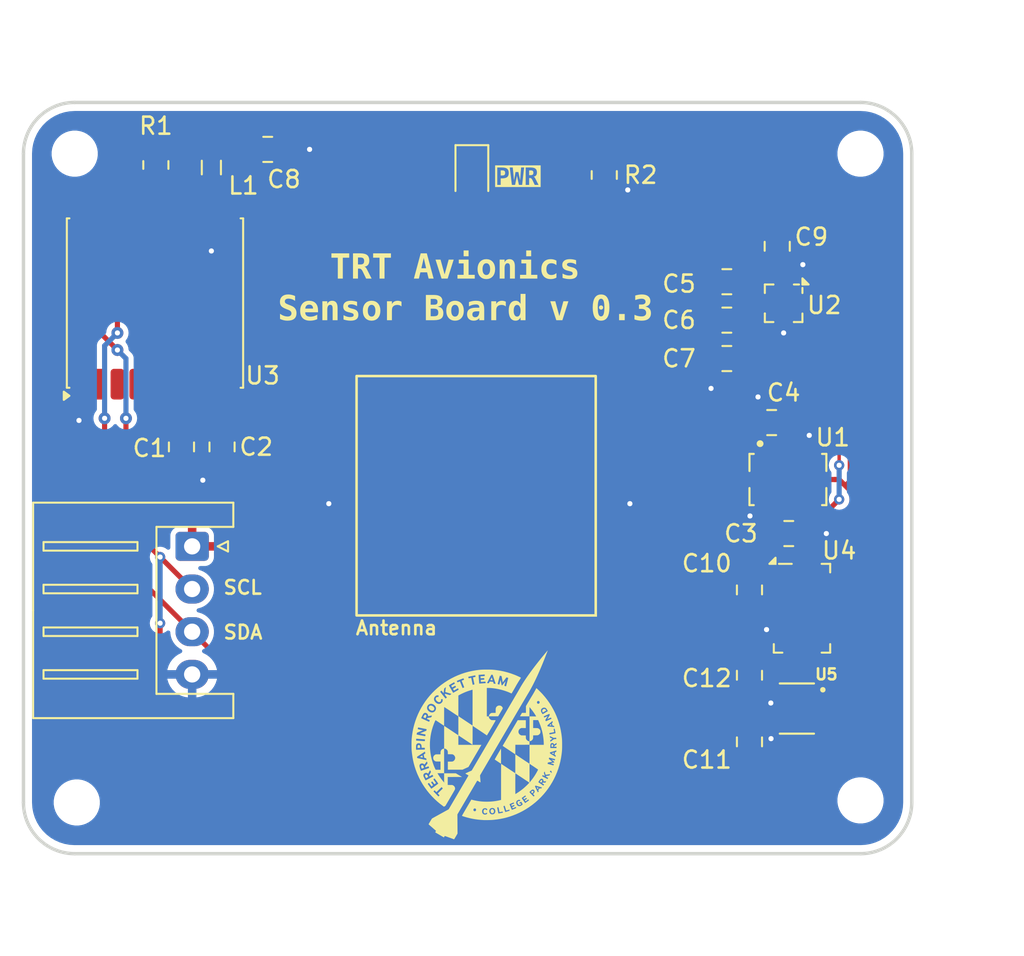
<source format=kicad_pcb>
(kicad_pcb (version 20240108) (generator "pcbnew") (generator_version "8.0")
  (layers (0 "F.Cu" signal) (31 "B.Cu" signal) (34 "B.Paste" user) (35 "F.Paste" user) (36 "B.SilkS" user "B.Silkscreen") (37 "F.SilkS" user "F.Silkscreen") (38 "B.Mask" user) (39 "F.Mask" user) (44 "Edge.Cuts" user))
  (net 0 "")
  (net 1 "GND")
  (net 2 "+3.3V")
  (net 3 "/RF_IN")
  (net 4 "/Antenna Power")
  (net 5 "Net-(U2-C1)")
  (net 7 "Net-(D1-K)")
  (net 8 "/VCC_RF")
  (net 14 "SCL1")
  (net 15 "SDA1")
  (footprint "Capacitor_SMD:C_0805_2012Metric" (layer "F.Cu") (at 115.8 76.25)
    (property "Reference" "C3" (at -2.8 0 0) (layer "F.SilkS"))
    (property "Value" "100n")
    (pad "1" smd roundrect (at -0.95 0) (size 1 1.45) (layers "F.Cu" "F.Paste" "F.Mask") (net 2 "+3.3V"))
    (pad "2" smd roundrect (at 0.95 0) (size 1 1.45) (layers "F.Cu" "F.Paste" "F.Mask") (net 1 "GND"))
  )
  (footprint "LED_SMD:LED_0805_2012Metric" (layer "F.Cu") (at 97.25 55.1875 -90)
    (property "Reference" "D1" (hide yes))
    (property "Value" "PWR")
    (pad "1" smd roundrect (at -0.9375 0 270) (size 0.975 1.4) (layers "F.Cu" "F.Paste" "F.Mask") (net 7 "Net-(D1-K)"))
    (pad "2" smd roundrect (at 0.9375 0 270) (size 0.975 1.4) (layers "F.Cu" "F.Paste" "F.Mask") (net 2 "+3.3V"))
  )
  (footprint "BMI088:PQFN50P450X300X100-16N" (layer "F.Cu") (at 115.75 73.085)
    (property "Reference" "U1" (at 2.625 -2.46 0) (layer "F.SilkS"))
    (property "Value" "BMI088")
    (pad "1" smd rect (at -1.5 -1.165) (size 0.35 0.59) (layers "F.Cu" "F.Paste" "F.Mask"))
    (pad "2" smd rect (at -1 -1.165) (size 0.35 0.59) (layers "F.Cu" "F.Paste" "F.Mask") (net 1 "GND"))
    (pad "3" smd rect (at -0.5 -1.165) (size 0.35 0.59) (layers "F.Cu" "F.Paste" "F.Mask") (net 2 "+3.3V"))
    (pad "4" smd rect (at 0 -1.165) (size 0.35 0.59) (layers "F.Cu" "F.Paste" "F.Mask") (net 1 "GND"))
    (pad "5" smd rect (at 0.5 -1.165) (size 0.35 0.59) (layers "F.Cu" "F.Paste" "F.Mask"))
    (pad "6" smd rect (at 1 -1.165) (size 0.35 0.59) (layers "F.Cu" "F.Paste" "F.Mask") (net 1 "GND"))
    (pad "7" smd rect (at 1.5 -1.165) (size 0.35 0.59) (layers "F.Cu" "F.Paste" "F.Mask") (net 1 "GND"))
    (pad "8" smd rect (at 1.915 0) (size 0.59 0.35) (layers "F.Cu" "F.Paste" "F.Mask") (net 14 "SCL1"))
    (pad "9" smd rect (at 1.5 1.165) (size 0.35 0.59) (layers "F.Cu" "F.Paste" "F.Mask") (net 15 "SDA1"))
    (pad "10" smd rect (at 1 1.165) (size 0.35 0.59) (layers "F.Cu" "F.Paste" "F.Mask") (net 1 "GND"))
    (pad "11" smd rect (at 0.5 1.165) (size 0.35 0.59) (layers "F.Cu" "F.Paste" "F.Mask") (net 2 "+3.3V"))
    (pad "12" smd rect (at 0 1.165) (size 0.35 0.59) (layers "F.Cu" "F.Paste" "F.Mask"))
    (pad "13" smd rect (at -0.5 1.165) (size 0.35 0.59) (layers "F.Cu" "F.Paste" "F.Mask"))
    (pad "14" smd rect (at -1 1.165) (size 0.35 0.59) (layers "F.Cu" "F.Paste" "F.Mask") (net 2 "+3.3V"))
    (pad "15" smd rect (at -1.5 1.165) (size 0.35 0.59) (layers "F.Cu" "F.Paste" "F.Mask") (net 1 "GND"))
    (pad "16" smd rect (at -1.915 0) (size 0.59 0.35) (layers "F.Cu" "F.Paste" "F.Mask"))
  )
  (footprint "PatchAntenna:SGGP.12.A" (layer "F.Cu") (at 96.992 76.111 180)
    (property "Reference" "Antenna1" (hide yes))
    (property "Value" "Antenna_Chip")
    (pad "1" smd rect (at -0.508 7.476 180) (size 1.5 1.5) (layers "F.Cu" "F.Paste" "F.Mask") (net 3 "/RF_IN"))
    (pad "2" smd rect (at -5.008 6.076 180) (size 2.3 2.3) (layers "F.Cu" "F.Paste" "F.Mask") (net 1 "GND"))
    (pad "3" smd rect (at 3.992 6.076 180) (size 2.3 2.3) (layers "F.Cu" "F.Paste" "F.Mask") (net 1 "GND"))
    (pad "4" smd rect (at -5.008 1.576 180) (size 2.3 2.3) (layers "F.Cu" "F.Paste" "F.Mask") (net 1 "GND"))
    (pad "5" smd rect (at -0.508 1.576 180) (size 2.3 2.3) (layers "F.Cu" "F.Paste" "F.Mask") (net 1 "GND"))
    (pad "6" smd rect (at 3.992 1.576 180) (size 2.3 2.3) (layers "F.Cu" "F.Paste" "F.Mask") (net 1 "GND"))
    (pad "7" smd rect (at -5.008 -2.924 180) (size 2.3 2.3) (layers "F.Cu" "F.Paste" "F.Mask") (net 1 "GND"))
    (pad "8" smd rect (at -0.508 -2.924 180) (size 2.3 2.3) (layers "F.Cu" "F.Paste" "F.Mask") (net 1 "GND"))
    (pad "9" smd rect (at 3.992 -2.924 180) (size 2.3 2.3) (layers "F.Cu" "F.Paste" "F.Mask") (net 1 "GND"))
  )
  (footprint "Capacitor_SMD:C_0805_2012Metric" (layer "F.Cu") (at 113.5 79.55 -90)
    (property "Reference" "C10" (at -1.55 2.5 180) (layer "F.SilkS"))
    (property "Value" "100n")
    (pad "1" smd roundrect (at -0.95 0 270) (size 1 1.45) (layers "F.Cu" "F.Paste" "F.Mask") (net 2 "+3.3V"))
    (pad "2" smd roundrect (at 0.95 0 270) (size 1 1.45) (layers "F.Cu" "F.Paste" "F.Mask") (net 1 "GND"))
  )
  (footprint "MountingHole:MountingHole_2.2mm_M2" (layer "F.Cu") (at 74 54)
    (property "Reference" "H2")
    (property "Value" "MountingHole")
    (pad "" np_thru_hole circle (at 0 0) (size 2.2 2.2) (drill 2.2) (layers "*.Cu" "*.Mask"))
  )
  (footprint "Capacitor_SMD:C_0805_2012Metric" (layer "F.Cu") (at 115.125 59.425 90)
    (property "Reference" "C9" (at 0.55 2 180) (layer "F.SilkS"))
    (property "Value" "100n")
    (pad "1" smd roundrect (at -0.95 0 90) (size 1 1.45) (layers "F.Cu" "F.Paste" "F.Mask") (net 5 "Net-(U2-C1)"))
    (pad "2" smd roundrect (at 0.95 0 90) (size 1 1.45) (layers "F.Cu" "F.Paste" "F.Mask") (net 1 "GND"))
  )
  (footprint "Inductor_SMD:L_0805_2012Metric" (layer "F.Cu") (at 82 54.8125 -90)
    (property "Reference" "L1" (at 1.0625 -1.875 180) (layer "F.SilkS"))
    (property "Value" "27n")
    (pad "1" smd roundrect (at -1.0625 0 270) (size 0.875 1.2) (layers "F.Cu" "F.Paste" "F.Mask") (net 4 "/Antenna Power"))
    (pad "2" smd roundrect (at 1.0625 0 270) (size 0.875 1.2) (layers "F.Cu" "F.Paste" "F.Mask") (net 3 "/RF_IN"))
  )
  (footprint "Capacitor_SMD:C_0805_2012Metric" (layer "F.Cu") (at 85.3 53.75)
    (property "Reference" "C8" (at 0.95 1.75 180) (layer "F.SilkS"))
    (property "Value" "10n")
    (pad "1" smd roundrect (at -0.95 0) (size 1 1.45) (layers "F.Cu" "F.Paste" "F.Mask") (net 4 "/Antenna Power"))
    (pad "2" smd roundrect (at 0.95 0) (size 1 1.45) (layers "F.Cu" "F.Paste" "F.Mask") (net 1 "GND"))
  )
  (footprint "Resistor_SMD:R_0805_2012Metric" (layer "F.Cu") (at 105 55.25 -90)
    (property "Reference" "R2" (at 0 -2.125 180) (layer "F.SilkS"))
    (property "Value" "??")
    (pad "1" smd roundrect (at -0.9125 0 270) (size 1.025 1.4) (layers "F.Cu" "F.Paste" "F.Mask") (roundrect_rratio 0.243902) (net 7 "Net-(D1-K)"))
    (pad "2" smd roundrect (at 0.9125 0 270) (size 1.025 1.4) (layers "F.Cu" "F.Paste" "F.Mask") (roundrect_rratio 0.243902) (net 1 "GND"))
  )
  (footprint "MountingHole:MountingHole_2.2mm_M2" (layer "F.Cu") (at 120 91.87868)
    (property "Reference" "H4")
    (property "Value" "MountingHole")
    (pad "" np_thru_hole circle (at 0 0) (size 2.2 2.2) (drill 2.2) (layers "*.Cu" "*.Mask"))
  )
  (footprint "Capacitor_SMD:C_0805_2012Metric" (layer "F.Cu") (at 112.175 63.75 180)
    (property "Reference" "C6" (at 2.8 0 0) (layer "F.SilkS"))
    (property "Value" "100n")
    (pad "1" smd roundrect (at -0.95 0 180) (size 1 1.45) (layers "F.Cu" "F.Paste" "F.Mask") (net 2 "+3.3V"))
    (pad "2" smd roundrect (at 0.95 0 180) (size 1 1.45) (layers "F.Cu" "F.Paste" "F.Mask") (net 1 "GND"))
  )
  (footprint "Capacitor_SMD:C_0805_2012Metric" (layer "F.Cu") (at 82.625 71.175 -90)
    (property "Reference" "C2" (at 0 -2 180) (layer "F.SilkS"))
    (property "Value" "100n")
    (pad "1" smd roundrect (at -0.95 0 270) (size 1 1.45) (layers "F.Cu" "F.Paste" "F.Mask") (net 2 "+3.3V"))
    (pad "2" smd roundrect (at 0.95 0 270) (size 1 1.45) (layers "F.Cu" "F.Paste" "F.Mask") (net 1 "GND"))
  )
  (footprint "Package_LGA:LGA-8_3x5mm_P1.25mm" (layer "F.Cu") (at 116.575 80.625)
    (property "Reference" "U4" (at 2.175 -3.375 0) (layer "F.SilkS"))
    (property "Value" "MS5611-01BA")
    (pad "1" smd rect (at -1.075 -1.875) (size 0.95 0.55) (layers "F.Cu" "F.Paste" "F.Mask") (net 2 "+3.3V"))
    (pad "2" smd rect (at -1.075 -0.625) (size 0.95 0.55) (layers "F.Cu" "F.Paste" "F.Mask") (net 2 "+3.3V"))
    (pad "3" smd rect (at -1.075 0.625) (size 0.95 0.55) (layers "F.Cu" "F.Paste" "F.Mask") (net 1 "GND"))
    (pad "4" smd rect (at -1.075 1.875) (size 0.95 0.55) (layers "F.Cu" "F.Paste" "F.Mask") (net 2 "+3.3V"))
    (pad "5" smd rect (at 1.075 1.875) (size 0.95 0.55) (layers "F.Cu" "F.Paste" "F.Mask") (net 2 "+3.3V"))
    (pad "6" smd rect (at 1.075 0.625) (size 0.95 0.55) (layers "F.Cu" "F.Paste" "F.Mask"))
    (pad "7" smd rect (at 1.075 -0.625) (size 0.95 0.55) (layers "F.Cu" "F.Paste" "F.Mask") (net 15 "SDA1"))
    (pad "8" smd rect (at 1.075 -1.875) (size 0.95 0.55) (layers "F.Cu" "F.Paste" "F.Mask") (net 14 "SCL1"))
  )
  (footprint "Capacitor_SMD:C_0805_2012Metric" (layer "F.Cu") (at 113.5 84.55 -90)
    (property "Reference" "C12" (at 0.175 2.5 180) (layer "F.SilkS"))
    (property "Value" "100n")
    (pad "1" smd roundrect (at -0.95 0 270) (size 1 1.45) (layers "F.Cu" "F.Paste" "F.Mask") (net 2 "+3.3V"))
    (pad "2" smd roundrect (at 0.95 0 270) (size 1 1.45) (layers "F.Cu" "F.Paste" "F.Mask") (net 1 "GND"))
  )
  (footprint "Connector_JST:JST_XH_S4B-XH-A_1x04_P2.50mm_Horizontal" (layer "F.Cu") (at 80.875 77 -90)
    (property "Reference" "J1" (hide yes))
    (property "Value" "I2C")
    (pad "1" thru_hole roundrect (at 0 0 270) (size 1.7 1.95) (drill 0.95) (layers "*.Cu" "*.Mask") (roundrect_rratio 0.147059) (net 2 "+3.3V"))
    (pad "2" thru_hole oval (at 2.5 0 270) (size 1.7 1.95) (drill 0.95) (layers "*.Cu" "*.Mask") (net 14 "SCL1"))
    (pad "3" thru_hole oval (at 5 0 270) (size 1.7 1.95) (drill 0.95) (layers "*.Cu" "*.Mask") (net 15 "SDA1"))
    (pad "4" thru_hole oval (at 7.5 0 270) (size 1.7 1.95) (drill 0.95) (layers "*.Cu" "*.Mask") (net 1 "GND"))
  )
  (footprint "MountingHole:MountingHole_2.2mm_M2" (layer "F.Cu") (at 74.12132 92)
    (property "Reference" "H3")
    (property "Value" "MountingHole")
    (pad "" np_thru_hole circle (at 0 0) (size 2.2 2.2) (drill 2.2) (layers "*.Cu" "*.Mask"))
  )
  (footprint "Capacitor_SMD:C_0805_2012Metric" (layer "F.Cu") (at 114.8 69.75 180)
    (property "Reference" "C4" (at -0.7 1.75 0) (layer "F.SilkS"))
    (property "Value" "100n")
    (pad "1" smd roundrect (at -0.95 0 180) (size 1 1.45) (layers "F.Cu" "F.Paste" "F.Mask") (net 2 "+3.3V"))
    (pad "2" smd roundrect (at 0.95 0 180) (size 1 1.45) (layers "F.Cu" "F.Paste" "F.Mask") (net 1 "GND"))
  )
  (footprint "Capacitor_SMD:C_0805_2012Metric" (layer "F.Cu") (at 112.175 61.5 180)
    (property "Reference" "C5" (at 2.8 -0.125 0) (layer "F.SilkS"))
    (property "Value" "100n")
    (pad "1" smd roundrect (at -0.95 0 180) (size 1 1.45) (layers "F.Cu" "F.Paste" "F.Mask") (net 2 "+3.3V"))
    (pad "2" smd roundrect (at 0.95 0 180) (size 1 1.45) (layers "F.Cu" "F.Paste" "F.Mask") (net 1 "GND"))
  )
  (footprint "RF_GPS:ublox_MAX" (layer "F.Cu") (at 78.7 62.75 90)
    (property "Reference" "U3" (at -4.25 6.3 180) (layer "F.SilkS"))
    (property "Value" "MAX-M10S")
    (pad "1" smd roundrect (at -4.75 -4.4 90) (size 1.8 0.7) (layers "F.Cu" "F.Paste" "F.Mask") (net 1 "GND"))
    (pad "2" smd roundrect (at -4.75 -3.3 90) (size 1.8 0.8) (layers "F.Cu" "F.Paste" "F.Mask"))
    (pad "3" smd roundrect (at -4.75 -2.2 90) (size 1.8 0.8) (layers "F.Cu" "F.Paste" "F.Mask"))
    (pad "4" smd roundrect (at -4.75 -1.1 90) (size 1.8 0.8) (layers "F.Cu" "F.Paste" "F.Mask"))
    (pad "5" smd roundrect (at -4.75 0 90) (size 1.8 0.8) (layers "F.Cu" "F.Paste" "F.Mask"))
    (pad "6" smd roundrect (at -4.75 1.1 90) (size 1.8 0.8) (layers "F.Cu" "F.Paste" "F.Mask"))
    (pad "7" smd roundrect (at -4.75 2.2 90) (size 1.8 0.8) (layers "F.Cu" "F.Paste" "F.Mask") (net 2 "+3.3V"))
    (pad "8" smd roundrect (at -4.75 3.3 90) (size 1.8 0.8) (layers "F.Cu" "F.Paste" "F.Mask") (net 2 "+3.3V"))
    (pad "9" smd roundrect (at -4.75 4.4 90) (size 1.8 0.7) (layers "F.Cu" "F.Paste" "F.Mask"))
    (pad "10" smd roundrect (at 4.75 4.4 90) (size 1.8 0.7) (layers "F.Cu" "F.Paste" "F.Mask") (net 1 "GND"))
    (pad "11" smd roundrect (at 4.75 3.3 90) (size 1.8 0.8) (layers "F.Cu" "F.Paste" "F.Mask") (net 3 "/RF_IN"))
    (pad "12" smd roundrect (at 4.75 2.2 90) (size 1.8 0.8) (layers "F.Cu" "F.Paste" "F.Mask") (net 1 "GND"))
    (pad "13" smd roundrect (at 4.75 1.1 90) (size 1.8 0.8) (layers "F.Cu" "F.Paste" "F.Mask"))
    (pad "14" smd roundrect (at 4.75 0 90) (size 1.8 0.8) (layers "F.Cu" "F.Paste" "F.Mask") (net 8 "/VCC_RF"))
    (pad "15" smd roundrect (at 4.75 -1.1 90) (size 1.8 0.8) (layers "F.Cu" "F.Paste" "F.Mask"))
    (pad "16" smd roundrect (at 4.75 -2.2 90) (size 1.8 0.8) (layers "F.Cu" "F.Paste" "F.Mask") (net 15 "SDA1"))
    (pad "17" smd roundrect (at 4.75 -3.3 90) (size 1.8 0.8) (layers "F.Cu" "F.Paste" "F.Mask") (net 14 "SCL1"))
    (pad "18" smd roundrect (at 4.75 -4.4 90) (size 1.8 0.7) (layers "F.Cu" "F.Paste" "F.Mask"))
  )
  (footprint "Capacitor_SMD:C_0805_2012Metric" (layer "F.Cu") (at 112.175 66 180)
    (property "Reference" "C7" (at 2.8 0 180) (layer "F.SilkS"))
    (property "Value" "1u")
    (pad "1" smd roundrect (at -0.95 0 180) (size 1 1.45) (layers "F.Cu" "F.Paste" "F.Mask") (net 2 "+3.3V"))
    (pad "2" smd roundrect (at 0.95 0 180) (size 1 1.45) (layers "F.Cu" "F.Paste" "F.Mask") (net 1 "GND"))
  )
  (footprint "Resistor_SMD:R_0805_2012Metric" (layer "F.Cu") (at 78.75 54.6625 90)
    (property "Reference" "R1" (at 2.2875 0 180) (layer "F.SilkS"))
    (property "Value" "10R")
    (pad "1" smd roundrect (at -0.9125 0 90) (size 1.025 1.4) (layers "F.Cu" "F.Paste" "F.Mask") (roundrect_rratio 0.243902) (net 8 "/VCC_RF"))
    (pad "2" smd roundrect (at 0.9125 0 90) (size 1.025 1.4) (layers "F.Cu" "F.Paste" "F.Mask") (roundrect_rratio 0.243902) (net 4 "/Antenna Power"))
  )
  (footprint "DPS310XTSA1:XDCR_DPS310XTSA1" (layer "F.Cu") (at 116.275 86.5)
    (property "Reference" "U5" (at 1.725 -2 0) (layer "F.SilkS") (effects (font (size 0.64 0.64))))
    (property "Value" "DPS310")
    (pad "1" smd rect (at 0.725 -0.975) (size 0.35 0.35) (layers "F.Cu" "F.Mask") (net 1 "GND"))
    (pad "2" smd rect (at 0.725 -0.325) (size 0.35 0.35) (layers "F.Cu" "F.Mask"))
    (pad "3" smd rect (at 0.725 0.325) (size 0.35 0.35) (layers "F.Cu" "F.Mask") (net 15 "SDA1"))
    (pad "4" smd rect (at 0.725 0.975) (size 0.35 0.35) (layers "F.Cu" "F.Mask") (net 14 "SCL1"))
    (pad "5" smd rect (at -0.725 0.975) (size 0.35 0.35) (layers "F.Cu" "F.Mask") (net 1 "GND"))
    (pad "6" smd rect (at -0.725 0.325) (size 0.35 0.35) (layers "F.Cu" "F.Mask") (net 2 "+3.3V"))
    (pad "7" smd rect (at -0.725 -0.325) (size 0.35 0.35) (layers "F.Cu" "F.Mask") (net 1 "GND"))
    (pad "8" smd rect (at -0.725 -0.975) (size 0.35 0.35) (layers "F.Cu" "F.Mask") (net 2 "+3.3V"))
  )
  (footprint "MountingHole:MountingHole_2.2mm_M2" (layer "F.Cu") (at 120 54)
    (property "Reference" "H1")
    (property "Value" "MountingHole")
    (pad "" np_thru_hole circle (at 0 0) (size 2.2 2.2) (drill 2.2) (layers "*.Cu" "*.Mask"))
  )
  (footprint "Capacitor_SMD:C_0805_2012Metric" (layer "F.Cu") (at 113.5 88.45 -90)
    (property "Reference" "C11" (at 1.05 2.5 180) (layer "F.SilkS"))
    (property "Value" "100n")
    (pad "1" smd roundrect (at -0.95 0 270) (size 1 1.45) (layers "F.Cu" "F.Paste" "F.Mask") (net 2 "+3.3V"))
    (pad "2" smd roundrect (at 0.95 0 270) (size 1 1.45) (layers "F.Cu" "F.Paste" "F.Mask") (net 1 "GND"))
  )
  (footprint "Package_LGA:LGA-12_2x2mm_P0.5mm" (layer "F.Cu") (at 115.5 62.7625 -90)
    (property "Reference" "U2" (at 0.1125 -2.375 360) (layer "F.SilkS"))
    (property "Value" "LIS3MDL")
    (pad "1" smd rect (at -0.7625 -0.75 270) (size 0.375 0.35) (layers "F.Cu" "F.Paste" "F.Mask") (net 14 "SCL1"))
    (pad "2" smd rect (at -0.7625 -0.25 270) (size 0.375 0.35) (layers "F.Cu" "F.Paste" "F.Mask") (net 1 "GND"))
    (pad "3" smd rect (at -0.7625 0.25 270) (size 0.375 0.35) (layers "F.Cu" "F.Paste" "F.Mask") (net 1 "GND"))
    (pad "4" smd rect (at -0.7625 0.75 270) (size 0.375 0.35) (layers "F.Cu" "F.Paste" "F.Mask") (net 5 "Net-(U2-C1)"))
    (pad "5" smd rect (at -0.25 0.7625) (size 0.375 0.35) (layers "F.Cu" "F.Paste" "F.Mask") (net 2 "+3.3V"))
    (pad "6" smd rect (at 0.25 0.7625) (size 0.375 0.35) (layers "F.Cu" "F.Paste" "F.Mask") (net 2 "+3.3V"))
    (pad "7" smd rect (at 0.7625 0.75 270) (size 0.375 0.35) (layers "F.Cu" "F.Paste" "F.Mask"))
    (pad "8" smd rect (at 0.7625 0.25 270) (size 0.375 0.35) (layers "F.Cu" "F.Paste" "F.Mask"))
    (pad "9" smd rect (at 0.7625 -0.25 270) (size 0.375 0.35) (layers "F.Cu" "F.Paste" "F.Mask") (net 1 "GND"))
    (pad "10" smd rect (at 0.7625 -0.75 270) (size 0.375 0.35) (layers "F.Cu" "F.Paste" "F.Mask") (net 2 "+3.3V"))
    (pad "11" smd rect (at 0.25 -0.7625) (size 0.375 0.35) (layers "F.Cu" "F.Paste" "F.Mask") (net 15 "SDA1"))
    (pad "12" smd rect (at -0.25 -0.7625) (size 0.375 0.35) (layers "F.Cu" "F.Paste" "F.Mask") (net 1 "GND"))
  )
  (footprint "Capacitor_SMD:C_0805_2012Metric" (layer "F.Cu") (at 80.25 71.175 -90)
    (property "Reference" "C1" (at 0.075 1.875 180) (layer "F.SilkS"))
    (property "Value" "100n")
    (pad "1" smd roundrect (at -0.95 0 270) (size 1 1.45) (layers "F.Cu" "F.Paste" "F.Mask") (net 2 "+3.3V"))
    (pad "2" smd roundrect (at 0.95 0 270) (size 1 1.45) (layers "F.Cu" "F.Paste" "F.Mask") (net 1 "GND"))
  )
  (footprint "LOGO" (layer "F.Cu") (at 98.125339 88.130512)
    (property "Reference" "G***" (hide yes))
    (property "Value" "LOGO" (hide yes))
  )
  (gr_line (start 74 95) (end 120 95) (stroke (width 0.2)) (layer "Edge.Cuts"))
  (gr_line (start 123 92) (end 123 54) (stroke (width 0.2)) (layer "Edge.Cuts"))
  (gr_arc (start 71 54) (mid 71.87868 51.87868) (end 74 51) (stroke (width 0.2)) (layer "Edge.Cuts"))
  (gr_arc (start 120 51) (mid 122.12132 51.87868) (end 123 54) (stroke (width 0.2)) (layer "Edge.Cuts"))
  (gr_line (start 120 51) (end 74 51) (stroke (width 0.2)) (layer "Edge.Cuts"))
  (gr_line (start 71 54) (end 71 92) (stroke (width 0.2)) (layer "Edge.Cuts"))
  (gr_arc (start 74 95) (mid 71.87868 94.12132) (end 71 92) (stroke (width 0.2)) (layer "Edge.Cuts"))
  (gr_arc (start 123 92) (mid 122.12132 94.12132) (end 120 95) (stroke (width 0.2)) (layer "Edge.Cuts"))
  (gr_text "Antenna" (at 90.375 82.25 0) (layer "F.SilkS") (effects (font (size 0.8 0.8) (thickness 0.153)) (justify left bottom)))
  (gr_text "SDA" (at 82.625 82.5 0) (layer "F.SilkS") (effects (font (size 0.8 0.8) (thickness 0.153)) (justify left bottom)))
  (gr_text "SCL" (at 82.625 79.875 0) (layer "F.SilkS") (effects (font (size 0.8 0.8) (thickness 0.153)) (justify left bottom)))
  (gr_text "PWR" (at 98.625 56 0) (layer "F.SilkS" knockout) (effects (font (size 1 1) (thickness 0.25) (bold yes)) (justify left bottom)))
  (gr_text "TRT Avionics \nSensor Board v 0.3" (at 96.875 64 0) (layer "F.SilkS") (effects (font (size 1.45 1.45) (thickness 0.35) (bold yes)) (justify bottom)))
  (segment (start 115.25 62) (end 115.75 62) (width 0.2) (layer "F.Cu") (net 1))
  (segment (start 114.25 74.25) (end 114.25 74.5) (width 0.2) (layer "F.Cu") (net 1))
  (segment (start 117 85.525) (end 116.525 85.525) (width 0.3) (layer "F.Cu") (net 1))
  (segment (start 97.5 74.535) (end 93 74.535) (width 0.5) (layer "F.Cu") (net 1))
  (segment (start 115.75 64.25) (end 115.5 64.5) (width 0.2) (layer "F.Cu") (net 1))
  (segment (start 102 79.035) (end 102 74.535) (width 0.5) (layer "F.Cu") (net 1))
  (segment (start 115.75 62) (end 115.75 61.5) (width 0.2) (layer "F.Cu") (net 1))
  (segment (start 116.75 71.92) (end 116.75 71.25) (width 0.2) (layer "F.Cu") (net 1))
  (segment (start 115.75 62.3375) (end 115.75 62) (width 0.2) (layer "F.Cu") (net 1))
  (segment (start 105 56.1625) (end 106.3375 56.1625) (width 0.5) (layer "F.Cu") (net 1))
  (segment (start 117 71) (end 117 70.5) (width 0.2) (layer "F.Cu") (net 1))
  (segment (start 116.5 71) (end 116.1 71) (width 0.2) (layer "F.Cu") (net 1))
  (segment (start 114.7625 88.2625) (end 113.625 89.4) (width 0.3) (layer "F.Cu") (net 1))
  (segment (start 115.6 81.25) (end 114.5 81.25) (width 0.5) (layer "F.Cu") (net 1))
  (segment (start 80.375 72.15) (end 81.5 72.15) (width 0.5) (layer "F.Cu") (net 1))
  (segment (start 113.85 68.4) (end 114 68.25) (width 0.2) (layer "F.Cu") (net 1))
  (segment (start 114.175 86.175) (end 113.5 85.5) (width 0.3) (layer "F.Cu") (net 1))
  (segment (start 111.225 67.725) (end 111.25 67.75) (width 0.2) (layer "F.Cu") (net 1))
  (segment (start 111.225 66) (end 111.225 67.725) (width 0.2) (layer "F.Cu") (net 1))
  (segment (start 117 71) (end 116.5 71) (width 0.2) (layer "F.Cu") (net 1))
  (segment (start 114.5 81.25) (end 114.15 81.25) (width 0.5) (layer "F.Cu") (net 1))
  (segment (start 116.275 85.775) (end 115.875 86.175) (width 0.3) (layer "F.Cu") (net 1))
  (segment (start 97.5 79.035) (end 102 79.035) (width 0.5) (layer "F.Cu") (net 1))
  (segment (start 114.25 74.5) (end 113.530331 75.219669) (width 0.2) (layer "F.Cu") (net 1))
  (segment (start 115.875 86.175) (end 115.55 86.175) (width 0.3) (layer "F.Cu") (net 1))
  (segment (start 116.625 59.975) (end 116.625 60.5) (width 0.2) (layer "F.Cu") (net 1))
  (segment (start 114.15 81.25) (end 113.425 80.525) (width 0.5) (layer "F.Cu") (net 1))
  (segment (start 116.75 76.25) (end 118 76.25) (width 0.2) (layer "F.Cu") (net 1))
  (segment (start 74.3 67.75) (end 74.3 69.575) (width 0.5) (layer "F.Cu") (net 1))
  (segment (start 116.2625 62.5125) (end 115.925 62.5125) (width 0.2) (layer "F.Cu") (net 1))
  (segment (start 102 74.535) (end 106.465 74.535) (width 0.5) (layer "F.Cu") (net 1))
  (segment (start 81.5 72.15) (end 81.5 73.125) (width 0.5) (layer "F.Cu") (net 1))
  (segment (start 102 70.035) (end 102 74.535) (width 0.5) (layer "F.Cu") (net 1))
  (segment (start 86.4 53.75) (end 87.75 53.75) (width 0.5) (layer "F.Cu") (net 1))
  (segment (start 115.925 62.5125) (end 115.75 62.3375) (width 0.2) (layer "F.Cu") (net 1))
  (segment (start 113.625 89.4) (end 113.5 89.4) (width 0.3) (layer "F.Cu") (net 1))
  (segment (start 106.3375 56.1625) (end 106.375 56.125) (width 0.5) (layer "F.Cu") (net 1))
  (segment (start 115.75 63.525) (end 115.75 64.25) (width 0.2) (layer "F.Cu") (net 1))
  (segment (start 102 74.535) (end 97.5 74.535) (width 0.5) (layer "F.Cu") (net 1))
  (segment (start 116.525 85.525) (end 116.275 85.775) (width 0.3) (layer "F.Cu") (net 1))
  (segment (start 81.5 72.15) (end 82.625 72.15) (width 0.5) (layer "F.Cu") (net 1))
  (segment (start 115.75 61.5) (end 116.625 60.625) (width 0.2) (layer "F.Cu") (net 1))
  (segment (start 93 79.035) (end 97.5 79.035) (width 0.5) (layer "F.Cu") (net 1))
  (segment (start 117.25 71.92) (end 117.25 71.25) (width 0.2) (layer "F.Cu") (net 1))
  (segment (start 106.465 74.535) (end 106.5 74.5) (width 0.5) (layer "F.Cu") (net 1))
  (segment (start 74.3 69.575) (end 74.25 69.625) (width 0.5) (layer "F.Cu") (net 1))
  (segment (start 82.425 59.7) (end 83.1 59.025) (width 0.5) (layer "F.Cu") (net 1))
  (segment (start 80.9 59.15) (end 81.45 59.7) (width 0.5) (layer "F.Cu") (net 1))
  (segment (start 114.75 86.175) (end 114.175 86.175) (width 0.3) (layer "F.Cu") (net 1))
  (segment (start 113.85 69.75) (end 113.85 68.4) (width 0.2) (layer "F.Cu") (net 1))
  (segment (start 115.55 87.475) (end 114.7625 88.2625) (width 0.3) (layer "F.Cu") (net 1))
  (segment (start 116.75 74.25) (end 116.75 76.25) (width 0.2) (layer "F.Cu") (net 1))
  (segment (start 114.75 71.92) (end 114.75 70.65) (width 0.2) (layer "F.Cu") (net 1))
  (segment (start 116.1 71) (end 115.75 71.35) (width 0.2) (layer "F.Cu") (net 1))
  (segment (start 111.225 61.5) (end 111.225 66) (width 0.2) (layer "F.Cu") (net 1))
  (segment (start 115.55 86.175) (end 114.75 86.175) (width 0.3) (layer "F.Cu") (net 1))
  (segment (start 114.75 70.65) (end 113.85 69.75) (width 0.2) (layer "F.Cu") (net 1))
  (segment (start 116.75 71.25) (end 116.5 71) (width 0.2) (layer "F.Cu") (net 1))
  (segment (start 80.9 58.25) (end 80.9 59.15) (width 0.5) (layer "F.Cu") (net 1))
  (segment (start 83.1 59.025) (end 83.1 58.25) (width 0.5) (layer "F.Cu") (net 1))
  (segment (start 97.5 79.035) (end 97.5 74.535) (width 0.5) (layer "F.Cu") (net 1))
  (segment (start 93 70.035) (end 93 74.535) (width 0.5) (layer "F.Cu") (net 1))
  (segment (start 114.5 81.875) (end 114.5 81.25) (width 0.5) (layer "F.Cu") (net 1))
  (segment (start 81.45 59.7) (end 82.425 59.7) (width 0.5) (layer "F.Cu") (net 1))
  (segment (start 115.125 58.475) (end 116.625 59.975) (width 0.2) (layer "F.Cu") (net 1))
  (segment (start 88.91 74.535) (end 88.875 74.5) (width 0.5) (layer "F.Cu") (net 1))
  (segment (start 117.25 71.25) (end 117 71) (width 0.2) (layer "F.Cu") (net 1))
  (segment (start 116.625 60.625) (end 116.625 60.5) (width 0.2) (layer "F.Cu") (net 1))
  (segment (start 93 74.535) (end 88.91 74.535) (width 0.5) (layer "F.Cu") (net 1))
  (segment (start 115.75 71.35) (end 115.75 71.92) (width 0.2) (layer "F.Cu") (net 1))
  (segment (start 93 74.535) (end 93 79.035) (width 0.5) (layer "F.Cu") (net 1))
  (via (at 118 76.25) (size 0.6) (drill 0.3) (layers "F.Cu" "B.Cu") (net 1))
  (via (at 117 70.5) (size 0.6) (drill 0.3) (layers "F.Cu" "B.Cu") (net 1))
  (via (at 114.7625 88.2625) (size 0.6) (drill 0.3) (layers "F.Cu" "B.Cu") (net 1))
  (via (at 106.5 74.5) (size 0.7) (drill 0.3) (layers "F.Cu" "B.Cu") (net 1))
  (via (at 74.25 69.625) (size 0.7) (drill 0.3) (layers "F.Cu" "B.Cu") (net 1))
  (via (at 113.530331 75.219669) (size 0.6) (drill 0.3) (layers "F.Cu" "B.Cu") (net 1))
  (via (at 106.375 56.125) (size 0.7) (drill 0.3) (layers "F.Cu" "B.Cu") (net 1))
  (via (at 114 68.25) (size 0.6) (drill 0.3) (layers "F.Cu" "B.Cu") (net 1))
  (via (at 114.75 86.175) (size 0.6) (drill 0.3) (layers "F.Cu" "B.Cu") (net 1))
  (via (at 114.5 81.875) (size 0.7) (drill 0.3) (layers "F.Cu" "B.Cu") (net 1))
  (via (at 111.25 67.75) (size 0.6) (drill 0.3) (layers "F.Cu" "B.Cu") (net 1))
  (via (at 87.75 53.75) (size 0.7) (drill 0.3) (layers "F.Cu" "B.Cu") (net 1))
  (via (at 116.625 60.5) (size 0.6) (drill 0.3) (layers "F.Cu" "B.Cu") (net 1))
  (via (at 82 59.7) (size 0.7) (drill 0.3) (layers "F.Cu" "B.Cu") (net 1))
  (via (at 115.5 64.5) (size 0.6) (drill 0.3) (layers "F.Cu" "B.Cu") (net 1))
  (via (at 88.875 74.5) (size 0.7) (drill 0.3) (layers "F.Cu" "B.Cu") (net 1))
  (via (at 81.5 73.125) (size 0.7) (drill 0.3) (layers "F.Cu" "B.Cu") (net 1))
  (segment (start 78.5 70.875) (end 79.125 70.25) (width 0.5) (layer "F.Cu") (net 2))
  (segment (start 113.125 60.5) (end 113.125 61.5) (width 0.5) (layer "F.Cu") (net 2))
  (segment (start 114.125 62.3375) (end 114.125 61.75) (width 0.2) (layer "F.Cu") (net 2))
  (segment (start 115.55 86.825) (end 114.175 86.825) (width 0.3) (layer "F.Cu") (net 2))
  (segment (start 114.125 63.5) (end 113.875 63.75) (width 0.2) (layer "F.Cu") (net 2))
  (segment (start 88.125 88.875) (end 109 88.875) (width 0.5) (layer "F.Cu") (net 2))
  (segment (start 110.9375 86.9375) (end 111.4375 86.4375) (width 0.5) (layer "F.Cu") (net 2))
  (segment (start 115.1875 67.9375) (end 115.75 68.5) (width 0.5) (layer "F.Cu") (net 2))
  (segment (start 115.7 80) (end 115.5 80) (width 0.5) (layer "F.Cu") (net 2))
  (segment (start 84.375 78.875) (end 84.375 85.125) (width 0.5) (layer "F.Cu") (net 2))
  (segment (start 115.55 85.525) (end 115.425 85.525) (width 0.3) (layer "F.Cu") (net 2))
  (segment (start 113.75 76.5) (end 112.25 75) (width 0.5) (layer "F.Cu") (net 2))
  (segment (start 111.5 87.5) (end 113.5 87.5) (width 0.5) (layer "F.Cu") (net 2))
  (segment (start 113.875 63.75) (end 113.125 63.75) (width 0.2) (layer "F.Cu") (net 2))
  (segment (start 113.5 77) (end 113.5 78.6) (width 0.5) (layer "F.Cu") (net 2))
  (segment (start 114.75 76.15) (end 114.85 76.25) (width 0.2) (layer "F.Cu") (net 2))
  (segment (start 112 79.25) (end 112.625 78.625) (width 0.5) (layer "F.Cu") (net 2))
  (segment (start 109 88.875) (end 110.9375 86.9375) (width 0.5) (layer "F.Cu") (net 2))
  (segment (start 80.375 70.25) (end 82.625 70.25) (width 0.5) (layer "F.Cu") (net 2))
  (segment (start 114.85 76.25) (end 114.25 76.25) (width 0.5) (layer "F.Cu") (net 2))
  (segment (start 116.25 74.25) (end 116.25 74.85) (width 0.2) (layer "F.Cu") (net 2))
  (segment (start 115.75 70.75) (end 115.75 69.75) (width 0.2) (layer "F.Cu") (net 2))
  (segment (start 117.75 82.5) (end 116.5 82.5) (width 0.5) (layer "F.Cu") (net 2))
  (segment (start 79.125 70.25) (end 80.375 70.25) (width 0.5) (layer "F.Cu") (net 2))
  (segment (start 113.875 61.5) (end 113.125 61.5) (width 0.2) (layer "F.Cu") (net 2))
  (segment (start 80.9 67.75) (end 80.9 68.6) (width 0.5) (layer "F.Cu") (net 2))
  (segment (start 113.5 83.6) (end 112.1 83.6) (width 0.5) (layer "F.Cu") (net 2))
  (segment (start 112.1 83.6) (end 112 83.5) (width 0.5) (layer "F.Cu") (net 2))
  (segment (start 78.5 73.125) (end 78.5 70.875) (width 0.5) (layer "F.Cu") (net 2))
  (segment (start 114.7375 62.5125) (end 114.3 62.5125) (width 0.2) (layer "F.Cu") (net 2))
  (segment (start 80.875 77) (end 80.875 75.5) (width 0.5) (layer "F.Cu") (net 2))
  (segment (start 115.6 78.75) (end 113.55 78.75) (width 0.5) (layer "F.Cu") (net 2))
  (segment (start 113.55 78.75) (end 113.425 78.625) (width 0.5) (layer "F.Cu") (net 2))
  (segment (start 97.25 56.125) (end 97.25 57.125) (width 0.5) (layer "F.Cu") (net 2))
  (segment (start 84.375 85.125) (end 88.125 88.875) (width 0.5) (layer "F.Cu") (net 2))
  (segment (start 112 83.5) (end 112 79.25) (width 0.5) (layer "F.Cu") (net 2))
  (segment (start 114.125 63.25) (end 114.125 63.5) (width 0.2) (layer "F.Cu") (net 2))
  (segment (start 116.25 74.85) (end 114.85 76.25) (width 0.2) (layer "F.Cu") (net 2))
  (segment (start 116.5 82.5) (end 115.6 82.5) (width 0.5) (layer "F.Cu") (net 2))
  (segment (start 114 67.5) (end 114.75 67.5) (width 0.5) (layer "F.Cu") (net 2))
  (segment (start 112.25 68.75) (end 113.5 67.5) (width 0.5) (layer "F.Cu") (net 2))
  (segment (start 114.125 61.75) (end 113.875 61.5) (width 0.2) (layer "F.Cu") (net 2))
  (segment (start 114.25 76.25) (end 114 76.5) (width 0.5) (layer "F.Cu") (net 2))
  (segment (start 112.625 78.625) (end 113.425 78.625) (width 0.5) (layer "F.Cu") (net 2))
  (segment (start 82.625 69.25) (end 82.625 70.125) (width 0.5) (layer "F.Cu") (net 2))
  (segment (start 110.625 58) (end 113.125 60.5) (width 0.5) (layer "F.Cu") (net 2))
  (segment (start 115.25 71.92) (end 115.25 71.25) (width 0.2) (layer "F.Cu") (net 2))
  (segment (start 113.5 67.5) (end 114 67.5) (width 0.5) (layer "F.Cu") (net 2))
  (segment (start 115.6 80) (end 115.6 78.75) (width 0.5) (layer "F.Cu") (net 2))
  (segment (start 80.875 75.5) (end 78.5 73.125) (width 0.5) (layer "F.Cu") (net 2))
  (segment (start 114.3 62.5125) (end 114.125 62.3375) (width 0.2) (layer "F.Cu") (net 2))
  (segment (start 115.25 71.25) (end 115.75 70.75) (width 0.2) (layer "F.Cu") (net 2))
  (segment (start 114.7375 63.0125) (end 114.3625 63.0125) (width 0.2) (layer "F.Cu") (net 2))
  (segment (start 80.9 68.6) (end 80.25 69.25) (width 0.5) (layer "F.Cu") (net 2))
  (segment (start 114 66.875) (end 113.125 66) (width 0.5) (layer "F.Cu") (net 2))
  (segment (start 115.425 85.525) (end 113.5 83.6) (width 0.3) (layer "F.Cu") (net 2))
  (segment (start 114.175 86.825) (end 113.5 87.5) (width 0.3) (layer "F.Cu") (net 2))
  (segment (start 80.875 77) (end 82.5 77) (width 0.5) (layer "F.Cu") (net 2))
  (segment (start 115.75 68.5) (end 115.75 69.75) (width 0.5) (layer "F.Cu") (net 2))
  (segment (start 113.125 63.75) (end 113.125 61.5) (width 0.5) (layer "F.Cu") (net 2))
  (segment (start 113.125 66) (end 113.125 63.75) (width 0.5) (layer "F.Cu") (net 2))
  (segment (start 114 76.5) (end 113.5 77) (width 0.5) (layer "F.Cu") (net 2))
  (segment (start 82 67.75) (end 82 68.625) (width 0.5) (layer "F.Cu") (net 2))
  (segment (start 116.25 63.525) (end 116.25 66.875) (width 0.2) (layer "F.Cu") (net 2))
  (segment (start 114.75 67.5) (end 115.1875 67.9375) (width 0.5) (layer "F.Cu") (net 2))
  (segment (start 116.5 82.5) (end 116.5 80.8) (width 0.5) (layer "F.Cu") (net 2))
  (segment (start 110.9375 86.9375) (end 111.5 87.5) (width 0.5) (layer "F.Cu") (net 2))
  (segment (start 82.5 77) (end 84.375 78.875) (width 0.5) (layer "F.Cu") (net 2))
  (segment (start 82 68.625) (end 82.625 69.25) (width 0.5) (layer "F.Cu") (net 2))
  (segment (start 114.3625 63.0125) (end 114.125 63.25) (width 0.2) (layer "F.Cu") (net 2))
  (segment (start 116.25 66.875) (end 115.1875 67.9375) (width 0.2) (layer "F.Cu") (net 2))
  (segment (start 114 67.5) (end 114 66.875) (width 0.5) (layer "F.Cu") (net 2))
  (segment (start 112 85.875) (end 112 83.5) (width 0.5) (layer "F.Cu") (net 2))
  (segment (start 97.25 57.125) (end 98.125 58) (width 0.5) (layer "F.Cu") (net 2))
  (segment (start 98.125 58) (end 110.625 58) (width 0.5) (layer "F.Cu") (net 2))
  (segment (start 112.25 75) (end 112.25 68.75) (width 0.5) (layer "F.Cu") (net 2))
  (segment (start 114 76.5) (end 113.75 76.5) (width 0.5) (layer "F.Cu") (net 2))
  (segment (start 116.5 80.8) (end 115.7 80) (width 0.5) (layer "F.Cu") (net 2))
  (segment (start 80.25 69.25) (end 80.25 70.25) (width 0.5) (layer "F.Cu") (net 2))
  (segment (start 111.4375 86.4375) (end 112 85.875) (width 0.5) (layer "F.Cu") (net 2))
  (segment (start 82.625 70.125) (end 82.5 70.25) (width 0.5) (layer "F.Cu") (net 2))
  (segment (start 114.75 74.25) (end 114.75 76.15) (width 0.2) (layer "F.Cu") (net 2))
  (segment (start 82 58.25) (end 82 55.875) (width 0.3) (layer "F.Cu") (net 3))
  (segment (start 84.75 55.875) (end 82 55.875) (width 0.3) (layer "F.Cu") (net 3))
  (segment (start 97.5 68.625) (end 84.75 55.875) (width 0.3) (layer "F.Cu") (net 3))
  (segment (start 97.5 68.635) (end 97.5 68.625) (width 0.3) (layer "F.Cu") (net 3))
  (segment (start 82 53.75) (end 84.5 53.75) (width 0.5) (layer "F.Cu") (net 4))
  (segment (start 78.75 53.75) (end 82 53.75) (width 0.5) (layer "F.Cu") (net 4))
  (segment (start 114.75 62) (end 114.75 60.75) (width 0.2) (layer "F.Cu") (net 5))
  (segment (start 114.75 60.75) (end 115.125 60.375) (width 0.2) (layer "F.Cu") (net 5))
  (segment (start 97.25 54.25) (end 104.9125 54.25) (width 0.3) (layer "F.Cu") (net 7))
  (segment (start 104.9125 54.25) (end 105 54.3375) (width 0.3) (layer "F.Cu") (net 7))
  (segment (start 78.7 58.25) (end 78.7 55.625) (width 0.5) (layer "F.Cu") (net 8))
  (segment (start 78.7 55.625) (end 78.75 55.575) (width 0.5) (layer "F.Cu") (net 8))
  (segment (start 116.7125 62) (end 119.35 64.6375) (width 0.2) (layer "F.Cu") (net 14))
  (segment (start 119.0825 73.4175) (end 119.5 73.835) (width 0.2) (layer "F.Cu") (net 14))
  (segment (start 118.75 78.75) (end 119.5 78) (width 0.3) (layer "F.Cu") (net 14))
  (segment (start 117 88.75) (end 117 87.475) (width 0.3) (layer "F.Cu") (net 14))
  (segment (start 118.504239 73.085) (end 117.665 73.085) (width 0.3) (layer "F.Cu") (net 14))
  (segment (start 84.5 91.75) (end 114 91.75) (width 0.3) (layer "F.Cu") (net 14))
  (segment (start 117.775 87.475) (end 120 85.25) (width 0.3) (layer "F.Cu") (net 14))
  (segment (start 116.25 62) (end 116.7125 62) (width 0.2) (layer "F.Cu") (net 14))
  (segment (start 75.4 64.4) (end 75.4 58.25) (width 0.3) (layer "F.Cu") (net 14))
  (segment (start 79 77.625) (end 77 75.625) (width 0.3) (layer "F.Cu") (net 14))
  (segment (start 120 80) (end 118.75 78.75) (width 0.3) (layer "F.Cu") (net 14))
  (segment (start 120 85.25) (end 120 80) (width 0.3) (layer "F.Cu") (net 14))
  (segment (start 77 75.625) (end 77 69.5) (width 0.3) (layer "F.Cu") (net 14))
  (segment (start 117 87.475) (end 117.775 87.475) (width 0.3) (layer "F.Cu") (net 14))
  (segment (start 119.35 64.6375) (end 119.35 73.15) (width 0.2) (layer "F.Cu") (net 14))
  (segment (start 119.5 78) (end 119.5 73.835) (width 0.3) (layer "F.Cu") (net 14))
  (segment (start 118.504239 73.085) (end 118.75 73.085) (width 0.3) (layer "F.Cu") (net 14))
  (segment (start 119.35 73.15) (end 119.0825 73.4175) (width 0.2) (layer "F.Cu") (net 14))
  (segment (start 119.5 73.835) (end 118.75 73.085) (width 0.3) (layer "F.Cu") (net 14))
  (segment (start 79 77.625) (end 80.875 79.5) (width 0.3) (layer "F.Cu") (net 14))
  (segment (start 76.5 65.5) (end 75.4 64.4) (width 0.3) (layer "F.Cu") (net 14))
  (segment (start 118.75 78.75) (end 117.65 78.75) (width 0.3) (layer "F.Cu") (net 14))
  (segment (start 79 86.25) (end 84.5 91.75) (width 0.3) (layer "F.Cu") (net 14))
  (segment (start 114 91.75) (end 117 88.75) (width 0.3) (layer "F.Cu") (net 14))
  (segment (start 79 81.5) (end 79 86.25) (width 0.3) (layer "F.Cu") (net 14))
  (via (at 79 81.5) (size 0.6) (drill 0.3) (layers "F.Cu" "B.Cu") (net 14))
  (via (at 79 77.625) (size 0.6) (drill 0.3) (layers "F.Cu" "B.Cu") (net 14))
  (via (at 77 69.5) (size 0.7) (drill 0.3) (layers "F.Cu" "B.Cu") (net 14))
  (via (at 76.5 65.5) (size 0.7) (drill 0.3) (layers "F.Cu" "B.Cu") (net 14))
  (segment (start 76.5 65.5) (end 77 66) (width 0.3) (layer "B.Cu") (net 14))
  (segment (start 79 81.5) (end 79 77.625) (width 0.3) (layer "B.Cu") (net 14))
  (segment (start 77 66) (end 77 69.5) (width 0.3) (layer "B.Cu") (net 14))
  (segment (start 118.65 76.6) (end 118.65 75.65) (width 0.3) (layer "F.Cu") (net 15))
  (segment (start 119 80.75) (end 118.25 80) (width 0.3) (layer "F.Cu") (net 15))
  (segment (start 114.365228 90.375) (end 116.25 88.490228) (width 0.3) (layer "F.Cu") (net 15))
  (segment (start 116.5 78.5) (end 118 77) (width 0.3) (layer "F.Cu") (net 15))
  (segment (start 117.4 86.825) (end 119 85.225) (width 0.3) (layer "F.Cu") (net 15))
  (segment (start 116.25 87.25) (end 116.675 86.825) (width 0.3) (layer "F.Cu") (net 15))
  (segment (start 117 80) (end 116.5 79.5) (width 0.3) (layer "F.Cu") (net 15))
  (segment (start 118 77) (end 118.25 77) (width 0.3) (layer "F.Cu") (net 15))
  (segment (start 118.75 74.25) (end 118 75) (width 0.3) (layer "F.Cu") (net 15))
  (segment (start 75.75 76.875) (end 75.75 69.5) (width 0.3) (layer "F.Cu") (net 15))
  (segment (start 118.7375 74.25) (end 118.75 74.25) (width 0.3) (layer "F.Cu") (net 15))
  (segment (start 80.875 82) (end 75.75 76.875) (width 0.3) (layer "F.Cu") (net 15))
  (segment (start 118.75 65.0625) (end 118.75 72.25) (width 0.2) (layer "F.Cu") (net 15))
  (segment (start 117.65 80) (end 117 80) (width 0.3) (layer "F.Cu") (net 15))
  (segment (start 82.875 84) (end 82.875 87.125) (width 0.3) (layer "F.Cu") (net 15))
  (segment (start 116.7 63.0125) (end 118.75 65.0625) (width 0.2) (layer "F.Cu") (net 15))
  (segment (start 116.5 79.5) (end 116.5 78.5) (width 0.3) (layer "F.Cu") (net 15))
  (segment (start 76.5 64.5) (end 76.5 58.25) (width 0.3) (layer "F.Cu") (net 15))
  (segment (start 82.875 87.125) (end 86.125 90.375) (width 0.3) (layer "F.Cu") (net 15))
  (segment (start 118.65 75.65) (end 118 75) (width 0.3) (layer "F.Cu") (net 15))
  (segment (start 117.275 74.275) (end 117.275 74.2625) (width 0.3) (layer "F.Cu") (net 15))
  (segment (start 118 75) (end 117.275 74.275) (width 0.3) (layer "F.Cu") (net 15))
  (segment (start 116.25 88.490228) (end 116.25 87.25) (width 0.3) (layer "F.Cu") (net 15))
  (segment (start 116.2625 63.0125) (end 116.7 63.0125) (width 0.2) (layer "F.Cu") (net 15))
  (segment (start 80.5 82) (end 80.875 82) (width 0.3) (layer "F.Cu") (net 15))
  (segment (start 118.25 77) (end 118.65 76.6) (width 0.3) (layer "F.Cu") (net 15))
  (segment (start 119 85.225) (end 119 80.75) (width 0.3) (layer "F.Cu") (net 15))
  (segment (start 80.875 82) (end 82.875 84) (width 0.3) (layer "F.Cu") (net 15))
  (segment (start 118.25 80) (end 117.65 80) (width 0.3) (layer "F.Cu") (net 15))
  (segment (start 116.675 86.825) (end 117.4 86.825) (width 0.3) (layer "F.Cu") (net 15))
  (segment (start 86.125 90.375) (end 114.365228 90.375) (width 0.3) (layer "F.Cu") (net 15))
  (via (at 75.75 69.5) (size 0.7) (drill 0.3) (layers "F.Cu" "B.Cu") (net 15))
  (via (at 118.75 72.25) (size 0.6) (drill 0.3) (layers "F.Cu" "B.Cu") (net 15))
  (via (at 76.5 64.5) (size 0.7) (drill 0.3) (layers "F.Cu" "B.Cu") (net 15))
  (via (at 118.75 74.25) (size 0.6) (drill 0.3) (layers "F.Cu" "B.Cu") (net 15))
  (segment (start 118.75 72.25) (end 118.75 74.25) (width 0.3) (layer "B.Cu") (net 15))
  (segment (start 75.75 65.25) (end 75.75 69.5) (width 0.3) (layer "B.Cu") (net 15))
  (segment (start 76.5 64.5) (end 75.75 65.25) (width 0.3) (layer "B.Cu") (net 15))
  (zone (net 1) (net_name "GND") (layer "B.Cu") (connect_pads (clearance 0.3)) (min_thickness 0.25) (fill yes (thermal_gap 0.5) (thermal_bridge_width 0.5))
    (polygon (pts (xy 70 45) (xy 70 101) (xy 124 101) (xy 124 45)))
  )
)
</source>
